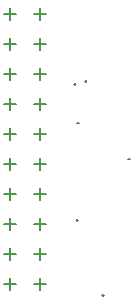
<source format=gbr>
G04*
G04 #@! TF.GenerationSoftware,Altium Limited,Altium Designer,24.10.1 (45)*
G04*
G04 Layer_Color=128*
%FSLAX44Y44*%
%MOMM*%
G71*
G04*
G04 #@! TF.SameCoordinates,6C15008D-1AD3-4549-9602-DC6CD9F93784*
G04*
G04*
G04 #@! TF.FilePolarity,Positive*
G04*
G01*
G75*
%ADD31C,0.1270*%
D31*
X43668Y534162D02*
X53868D01*
X48768Y529062D02*
Y539262D01*
X18268Y534162D02*
X28468D01*
X23368Y529062D02*
Y539262D01*
X18268Y559562D02*
X28468D01*
X23368Y554462D02*
Y564662D01*
X43668Y559562D02*
X53868D01*
X48768Y554462D02*
Y564662D01*
X18268Y584962D02*
X28468D01*
X23368Y579862D02*
Y590062D01*
X43668Y584962D02*
X53868D01*
X48768Y579862D02*
Y590062D01*
X18268Y610362D02*
X28468D01*
X23368Y605262D02*
Y615462D01*
X43668Y610362D02*
X53868D01*
X48768Y605262D02*
Y615462D01*
X18268Y381762D02*
X28468D01*
X23368Y376662D02*
Y386862D01*
X43668Y381762D02*
X53868D01*
X48768Y376662D02*
Y386862D01*
X18268Y407162D02*
X28468D01*
X23368Y402062D02*
Y412262D01*
X43668Y407162D02*
X53868D01*
X48768Y402062D02*
Y412262D01*
X18268Y432562D02*
X28468D01*
X23368Y427462D02*
Y437662D01*
X43668Y432562D02*
X53868D01*
X48768Y427462D02*
Y437662D01*
X18268Y457962D02*
X28468D01*
X23368Y452862D02*
Y463062D01*
X43668Y457962D02*
X53868D01*
X48768Y452862D02*
Y463062D01*
X43668Y508762D02*
X53868D01*
X48768Y503662D02*
Y513862D01*
X43668Y483362D02*
X53868D01*
X48768Y478262D02*
Y488462D01*
X18268Y483362D02*
X28468D01*
X23368Y478262D02*
Y488462D01*
X18268Y508762D02*
X28468D01*
X23368Y503662D02*
Y513862D01*
X79904Y518668D02*
X81404D01*
X80654Y517918D02*
Y519418D01*
X86654Y553908D02*
X88154D01*
X87404Y553158D02*
Y554658D01*
X101104Y372592D02*
X102604D01*
X101854Y371842D02*
Y373341D01*
X123706Y488188D02*
X125206D01*
X124456Y487438D02*
Y488938D01*
X77250Y551408D02*
X78750D01*
X78000Y550658D02*
Y552158D01*
X79768Y436118D02*
X81268D01*
X80518Y435368D02*
Y436868D01*
M02*

</source>
